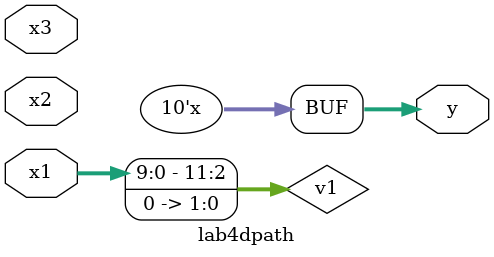
<source format=sv>
module lab4dpath(
	input logic signed [9:0] x1,
	input logic signed [9:0] x2,
	input logic signed [9:0] x3,
	output logic signed [9:0] y
);

    // ## Implementation Hints
    //
    // - You may only use assignment statements or component instantiations, you
    //   may not use an always block (sequential statements).
    // - You will need to expand the input values by adding two LSbs with values
    //   of zero. This can be done using concatenation as follows:
    logic signed [11:0] v1;
    assign v1 = {x1, 2'b00};
    // When you have to drop bits, just choose which bits you want to keep by
    // the bus indices. For example, the following statement drops the two LSbs
    // of `s2` to form `y`.
    assign y = s2[11:2];
    // You may remove or edit these lines of code – they are only hints.

endmodule

</source>
